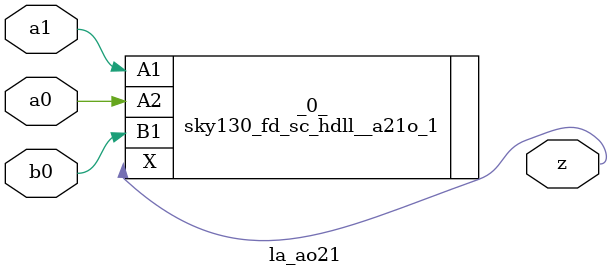
<source format=v>

/* Generated by Yosys 0.44 (git sha1 80ba43d26, g++ 11.4.0-1ubuntu1~22.04 -fPIC -O3) */

(* top =  1  *)
(* src = "inputs/la_ao21.v:10.1-21.10" *)
module la_ao21 (
    a0,
    a1,
    b0,
    z
);
  (* src = "inputs/la_ao21.v:13.12-13.14" *)
  input a0;
  wire a0;
  (* src = "inputs/la_ao21.v:14.12-14.14" *)
  input a1;
  wire a1;
  (* src = "inputs/la_ao21.v:15.12-15.14" *)
  input b0;
  wire b0;
  (* src = "inputs/la_ao21.v:16.12-16.13" *)
  output z;
  wire z;
  sky130_fd_sc_hdll__a21o_1 _0_ (
      .A1(a1),
      .A2(a0),
      .B1(b0),
      .X (z)
  );
endmodule

</source>
